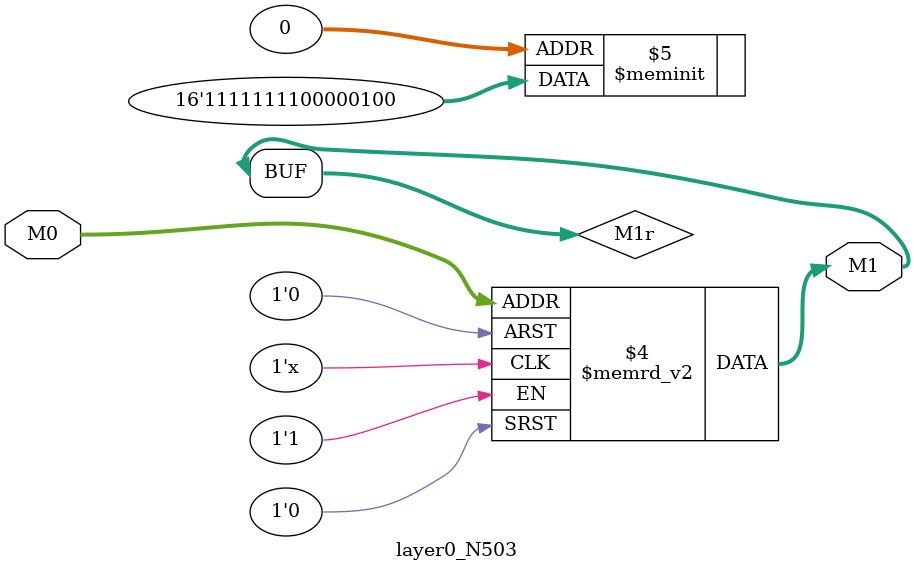
<source format=v>
module layer0_N503 ( input [2:0] M0, output [1:0] M1 );

	(*rom_style = "distributed" *) reg [1:0] M1r;
	assign M1 = M1r;
	always @ (M0) begin
		case (M0)
			3'b000: M1r = 2'b00;
			3'b100: M1r = 2'b11;
			3'b010: M1r = 2'b00;
			3'b110: M1r = 2'b11;
			3'b001: M1r = 2'b01;
			3'b101: M1r = 2'b11;
			3'b011: M1r = 2'b00;
			3'b111: M1r = 2'b11;

		endcase
	end
endmodule

</source>
